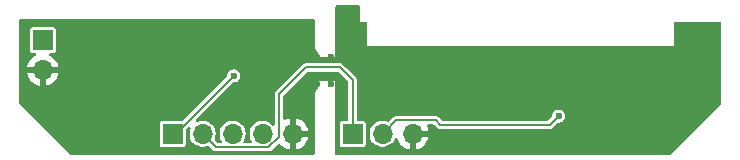
<source format=gbr>
%TF.GenerationSoftware,KiCad,Pcbnew,8.0.0-1.fc39*%
%TF.CreationDate,2024-05-22T19:24:40+02:00*%
%TF.ProjectId,radio433,72616469-6f34-4333-932e-6b696361645f,rev?*%
%TF.SameCoordinates,Original*%
%TF.FileFunction,Copper,L2,Bot*%
%TF.FilePolarity,Positive*%
%FSLAX46Y46*%
G04 Gerber Fmt 4.6, Leading zero omitted, Abs format (unit mm)*
G04 Created by KiCad (PCBNEW 8.0.0-1.fc39) date 2024-05-22 19:24:40*
%MOMM*%
%LPD*%
G01*
G04 APERTURE LIST*
%TA.AperFunction,ComponentPad*%
%ADD10R,1.700000X1.700000*%
%TD*%
%TA.AperFunction,ComponentPad*%
%ADD11O,1.700000X1.700000*%
%TD*%
%TA.AperFunction,ViaPad*%
%ADD12C,0.600000*%
%TD*%
%TA.AperFunction,Conductor*%
%ADD13C,0.200000*%
%TD*%
G04 APERTURE END LIST*
D10*
%TO.P,AE3,1,A*%
%TO.N,Net-(AE3-A)*%
X199825000Y-95550000D03*
D11*
%TO.P,AE3,2,Shield*%
%TO.N,GND*%
X199825000Y-98090000D03*
%TD*%
D10*
%TO.P,J2,1,Pin_1*%
%TO.N,/SHDN*%
X210820000Y-103500000D03*
D11*
%TO.P,J2,2,Pin_2*%
%TO.N,/VDD*%
X213360000Y-103500000D03*
%TO.P,J2,3,Pin_3*%
%TO.N,/DOUT*%
X215900000Y-103500000D03*
%TO.P,J2,4,Pin_4*%
X218440000Y-103500000D03*
%TO.P,J2,5,Pin_5*%
%TO.N,GND*%
X220980000Y-103500000D03*
%TD*%
D10*
%TO.P,J1,1,Pin_1*%
%TO.N,/VDD*%
X226060000Y-103500000D03*
D11*
%TO.P,J1,2,Pin_2*%
%TO.N,/DIN*%
X228600000Y-103500000D03*
%TO.P,J1,3,Pin_3*%
%TO.N,GND*%
X231140000Y-103500000D03*
%TD*%
D12*
%TO.N,GND*%
X202800000Y-98600000D03*
X202800000Y-99800000D03*
X202800000Y-101000000D03*
X204000000Y-101000000D03*
X204000000Y-99800000D03*
X204000000Y-98600000D03*
X205200000Y-101000000D03*
X205200000Y-99800000D03*
X205200000Y-98600000D03*
X203850000Y-103200000D03*
X204600000Y-103950000D03*
X203850000Y-101700000D03*
X204600000Y-101700000D03*
X203850000Y-102450000D03*
X204600000Y-103200000D03*
X204600000Y-102450000D03*
X203850000Y-103950000D03*
X202250000Y-103200000D03*
X203000000Y-103950000D03*
X202250000Y-101700000D03*
X203000000Y-101700000D03*
X202250000Y-102450000D03*
X203000000Y-103200000D03*
X203000000Y-102450000D03*
X202250000Y-103950000D03*
X233250000Y-100400000D03*
X234000000Y-101150000D03*
X233250000Y-98900000D03*
X234000000Y-98900000D03*
X233250000Y-99650000D03*
X234000000Y-100400000D03*
X234000000Y-99650000D03*
X233250000Y-101150000D03*
%TO.N,/SHDN*%
X216000000Y-98600000D03*
%TO.N,GND*%
X251000000Y-99000000D03*
X252230000Y-103650000D03*
X225800000Y-95300000D03*
X224250000Y-99250000D03*
X225100000Y-94600000D03*
X252980000Y-103650000D03*
X253730000Y-103650000D03*
X225800000Y-94600000D03*
X225100000Y-95300000D03*
X223050000Y-98500000D03*
X251750000Y-99000000D03*
X251750000Y-96750000D03*
X224250000Y-98500000D03*
X224250000Y-97000000D03*
X251000000Y-97500000D03*
X243010000Y-100040000D03*
X251750000Y-98250000D03*
X251750000Y-97500000D03*
X251000000Y-98250000D03*
X252230000Y-104400000D03*
X252980000Y-104400000D03*
X223050000Y-99250000D03*
X251000000Y-96750000D03*
X223049999Y-97000590D03*
X225660000Y-93120000D03*
%TO.N,/DIN*%
X243500000Y-102000000D03*
%TD*%
D13*
%TO.N,/VDD*%
X226060000Y-103500000D02*
X226060000Y-98950000D01*
X226060000Y-98950000D02*
X224990000Y-97880000D01*
X224990000Y-97880000D02*
X222090000Y-97880000D01*
X222090000Y-97880000D02*
X219830000Y-100140000D01*
X219830000Y-100140000D02*
X219830000Y-103736346D01*
X219830000Y-103736346D02*
X218916346Y-104650000D01*
X218916346Y-104650000D02*
X214510000Y-104650000D01*
X214510000Y-104650000D02*
X213360000Y-103500000D01*
%TO.N,/SHDN*%
X211100000Y-103500000D02*
X216000000Y-98600000D01*
X210820000Y-103500000D02*
X211100000Y-103500000D01*
%TO.N,/DIN*%
X229750000Y-102350000D02*
X228600000Y-103500000D01*
X242750000Y-102750000D02*
X233500000Y-102750000D01*
X233100000Y-102350000D02*
X229750000Y-102350000D01*
X233500000Y-102750000D02*
X233100000Y-102350000D01*
X243500000Y-102000000D02*
X242750000Y-102750000D01*
%TD*%
%TA.AperFunction,Conductor*%
%TO.N,GND*%
G36*
X222792539Y-93820185D02*
G01*
X222838294Y-93872989D01*
X222849500Y-93924500D01*
X222849500Y-95960118D01*
X222849500Y-96000000D01*
X222849500Y-96084136D01*
X222884486Y-96248731D01*
X222952928Y-96402455D01*
X223051836Y-96538589D01*
X223058971Y-96545013D01*
X223095620Y-96604499D01*
X223100000Y-96637164D01*
X223100000Y-97000000D01*
X222000000Y-97000000D01*
X222000000Y-97541251D01*
X221954712Y-97553386D01*
X221954709Y-97553387D01*
X221874791Y-97599527D01*
X221874786Y-97599531D01*
X219549533Y-99924783D01*
X219549532Y-99924784D01*
X219536085Y-99948077D01*
X219536083Y-99948079D01*
X219503388Y-100004706D01*
X219503387Y-100004709D01*
X219479500Y-100093856D01*
X219479500Y-102680405D01*
X219459815Y-102747444D01*
X219407011Y-102793199D01*
X219337853Y-102803143D01*
X219274297Y-102774118D01*
X219260706Y-102759582D01*
X219260625Y-102759656D01*
X219256763Y-102755419D01*
X219106041Y-102618019D01*
X219106039Y-102618017D01*
X218932642Y-102510655D01*
X218932635Y-102510651D01*
X218806777Y-102461894D01*
X218742456Y-102436976D01*
X218541976Y-102399500D01*
X218338024Y-102399500D01*
X218137544Y-102436976D01*
X218137541Y-102436976D01*
X218137541Y-102436977D01*
X217947364Y-102510651D01*
X217947357Y-102510655D01*
X217773960Y-102618017D01*
X217773958Y-102618019D01*
X217623237Y-102755418D01*
X217500327Y-102918178D01*
X217409422Y-103100739D01*
X217409417Y-103100752D01*
X217353602Y-103296917D01*
X217334785Y-103499999D01*
X217334785Y-103500000D01*
X217353602Y-103703082D01*
X217409417Y-103899247D01*
X217409422Y-103899260D01*
X217500327Y-104081821D01*
X217514639Y-104100773D01*
X217539331Y-104166134D01*
X217524766Y-104234469D01*
X217475569Y-104284081D01*
X217415685Y-104299500D01*
X216924315Y-104299500D01*
X216857276Y-104279815D01*
X216811521Y-104227011D01*
X216801577Y-104157853D01*
X216825361Y-104100773D01*
X216839673Y-104081821D01*
X216930582Y-103899250D01*
X216986397Y-103703083D01*
X217005215Y-103500000D01*
X216999115Y-103434174D01*
X216986397Y-103296917D01*
X216973048Y-103250000D01*
X216930582Y-103100750D01*
X216930159Y-103099901D01*
X216848997Y-102936905D01*
X216839673Y-102918179D01*
X216745293Y-102793199D01*
X216716762Y-102755418D01*
X216566041Y-102618019D01*
X216566039Y-102618017D01*
X216392642Y-102510655D01*
X216392635Y-102510651D01*
X216266777Y-102461894D01*
X216202456Y-102436976D01*
X216001976Y-102399500D01*
X215798024Y-102399500D01*
X215597544Y-102436976D01*
X215597541Y-102436976D01*
X215597541Y-102436977D01*
X215407364Y-102510651D01*
X215407357Y-102510655D01*
X215233960Y-102618017D01*
X215233958Y-102618019D01*
X215083237Y-102755418D01*
X214960327Y-102918178D01*
X214869422Y-103100739D01*
X214869417Y-103100752D01*
X214813602Y-103296917D01*
X214794785Y-103499999D01*
X214794785Y-103500000D01*
X214813602Y-103703082D01*
X214869417Y-103899247D01*
X214869422Y-103899260D01*
X214960327Y-104081821D01*
X214974639Y-104100773D01*
X214999331Y-104166134D01*
X214984766Y-104234469D01*
X214935569Y-104284081D01*
X214875685Y-104299500D01*
X214706544Y-104299500D01*
X214639505Y-104279815D01*
X214618863Y-104263181D01*
X214408576Y-104052894D01*
X214375091Y-103991571D01*
X214380075Y-103921879D01*
X214385251Y-103909954D01*
X214390582Y-103899250D01*
X214446397Y-103703083D01*
X214465215Y-103500000D01*
X214459115Y-103434174D01*
X214446397Y-103296917D01*
X214433048Y-103250000D01*
X214390582Y-103100750D01*
X214390159Y-103099901D01*
X214308997Y-102936905D01*
X214299673Y-102918179D01*
X214205293Y-102793199D01*
X214176762Y-102755418D01*
X214026041Y-102618019D01*
X214026039Y-102618017D01*
X213852642Y-102510655D01*
X213852635Y-102510651D01*
X213726777Y-102461894D01*
X213662456Y-102436976D01*
X213461976Y-102399500D01*
X213258024Y-102399500D01*
X213106739Y-102427779D01*
X213057538Y-102436977D01*
X212954612Y-102476851D01*
X212884989Y-102482713D01*
X212823249Y-102450003D01*
X212788994Y-102389106D01*
X212793101Y-102319357D01*
X212822136Y-102273545D01*
X215904123Y-99191557D01*
X215965444Y-99158074D01*
X215991871Y-99157144D01*
X215991871Y-99155250D01*
X216000000Y-99155250D01*
X216143709Y-99136330D01*
X216277625Y-99080861D01*
X216392621Y-98992621D01*
X216480861Y-98877625D01*
X216536330Y-98743709D01*
X216555250Y-98600000D01*
X216553933Y-98590000D01*
X216549126Y-98553486D01*
X216536330Y-98456291D01*
X216499350Y-98367013D01*
X216480862Y-98322377D01*
X216480861Y-98322376D01*
X216480861Y-98322375D01*
X216392621Y-98207379D01*
X216277625Y-98119139D01*
X216277624Y-98119138D01*
X216277622Y-98119137D01*
X216143712Y-98063671D01*
X216143710Y-98063670D01*
X216143709Y-98063670D01*
X216071854Y-98054210D01*
X216000001Y-98044750D01*
X215999999Y-98044750D01*
X215856291Y-98063670D01*
X215856287Y-98063671D01*
X215722377Y-98119137D01*
X215607379Y-98207379D01*
X215519137Y-98322377D01*
X215463671Y-98456287D01*
X215463670Y-98456291D01*
X215444750Y-98600000D01*
X215444750Y-98608128D01*
X215441456Y-98608128D01*
X215432192Y-98662588D01*
X215408439Y-98695877D01*
X211741136Y-102363181D01*
X211679813Y-102396666D01*
X211653455Y-102399500D01*
X209945323Y-102399500D01*
X209872264Y-102414032D01*
X209872260Y-102414033D01*
X209789399Y-102469399D01*
X209734033Y-102552260D01*
X209734032Y-102552264D01*
X209719500Y-102625321D01*
X209719500Y-104374678D01*
X209734032Y-104447735D01*
X209734033Y-104447739D01*
X209734034Y-104447740D01*
X209789399Y-104530601D01*
X209872260Y-104585966D01*
X209872264Y-104585967D01*
X209945321Y-104600499D01*
X209945324Y-104600500D01*
X209945326Y-104600500D01*
X211694676Y-104600500D01*
X211694677Y-104600499D01*
X211767740Y-104585966D01*
X211850601Y-104530601D01*
X211905966Y-104447740D01*
X211920500Y-104374674D01*
X211920500Y-103226543D01*
X211940185Y-103159504D01*
X211956809Y-103138872D01*
X212125295Y-102970386D01*
X212186613Y-102936905D01*
X212256304Y-102941889D01*
X212312238Y-102983760D01*
X212336655Y-103049225D01*
X212329804Y-103094900D01*
X212330987Y-103095237D01*
X212329418Y-103100748D01*
X212329418Y-103100750D01*
X212320500Y-103132093D01*
X212273602Y-103296917D01*
X212254785Y-103499999D01*
X212254785Y-103500000D01*
X212273602Y-103703082D01*
X212329417Y-103899247D01*
X212329422Y-103899260D01*
X212420327Y-104081821D01*
X212543237Y-104244581D01*
X212693958Y-104381980D01*
X212693960Y-104381982D01*
X212793141Y-104443392D01*
X212867363Y-104489348D01*
X213057544Y-104563024D01*
X213258024Y-104600500D01*
X213258026Y-104600500D01*
X213461974Y-104600500D01*
X213461976Y-104600500D01*
X213662456Y-104563024D01*
X213778037Y-104518247D01*
X213847658Y-104512385D01*
X213909399Y-104545094D01*
X213910511Y-104546193D01*
X214294788Y-104930470D01*
X214374712Y-104976614D01*
X214463856Y-105000500D01*
X214463857Y-105000500D01*
X214463858Y-105000500D01*
X218962488Y-105000500D01*
X218962490Y-105000500D01*
X219051634Y-104976614D01*
X219131558Y-104930470D01*
X219734052Y-104327975D01*
X219795371Y-104294493D01*
X219865062Y-104299477D01*
X219920996Y-104341348D01*
X219923302Y-104344533D01*
X219941886Y-104371073D01*
X219941893Y-104371081D01*
X220108917Y-104538105D01*
X220302421Y-104673600D01*
X220516507Y-104773429D01*
X220516516Y-104773433D01*
X220730000Y-104830634D01*
X220730000Y-103933012D01*
X220787007Y-103965925D01*
X220914174Y-104000000D01*
X221045826Y-104000000D01*
X221172993Y-103965925D01*
X221230000Y-103933012D01*
X221230000Y-104830633D01*
X221443483Y-104773433D01*
X221443492Y-104773429D01*
X221657578Y-104673600D01*
X221851082Y-104538105D01*
X222018105Y-104371082D01*
X222153600Y-104177578D01*
X222253429Y-103963492D01*
X222253432Y-103963486D01*
X222310636Y-103750000D01*
X221413012Y-103750000D01*
X221445925Y-103692993D01*
X221480000Y-103565826D01*
X221480000Y-103434174D01*
X221445925Y-103307007D01*
X221413012Y-103250000D01*
X222310636Y-103250000D01*
X222310635Y-103249999D01*
X222253432Y-103036513D01*
X222253429Y-103036507D01*
X222153600Y-102822422D01*
X222153599Y-102822420D01*
X222018113Y-102628926D01*
X222018108Y-102628920D01*
X221851082Y-102461894D01*
X221657578Y-102326399D01*
X221443492Y-102226570D01*
X221443486Y-102226567D01*
X221230000Y-102169364D01*
X221230000Y-103066988D01*
X221172993Y-103034075D01*
X221045826Y-103000000D01*
X220914174Y-103000000D01*
X220787007Y-103034075D01*
X220730000Y-103066988D01*
X220730000Y-102169364D01*
X220729999Y-102169364D01*
X220516513Y-102226567D01*
X220516507Y-102226570D01*
X220356905Y-102300994D01*
X220287827Y-102311486D01*
X220224043Y-102282966D01*
X220185804Y-102224490D01*
X220180500Y-102188612D01*
X220180500Y-100336544D01*
X220200185Y-100269505D01*
X220216819Y-100248863D01*
X222000000Y-98465682D01*
X222000000Y-99000000D01*
X223100000Y-99000000D01*
X223100000Y-99612835D01*
X223080315Y-99679874D01*
X223058975Y-99704982D01*
X223051838Y-99711408D01*
X223051830Y-99711417D01*
X222952930Y-99847541D01*
X222952928Y-99847546D01*
X222884487Y-100001264D01*
X222884485Y-100001269D01*
X222849500Y-100165864D01*
X222849500Y-105175500D01*
X222829815Y-105242539D01*
X222777011Y-105288294D01*
X222725500Y-105299500D01*
X202324412Y-105299500D01*
X202257373Y-105279815D01*
X202236731Y-105263181D01*
X197836819Y-100863269D01*
X197803334Y-100801946D01*
X197800500Y-100775588D01*
X197800500Y-98340000D01*
X198494364Y-98340000D01*
X198551567Y-98553486D01*
X198551570Y-98553492D01*
X198651399Y-98767578D01*
X198786894Y-98961082D01*
X198953917Y-99128105D01*
X199147421Y-99263600D01*
X199361507Y-99363429D01*
X199361516Y-99363433D01*
X199575000Y-99420634D01*
X199575000Y-98523012D01*
X199632007Y-98555925D01*
X199759174Y-98590000D01*
X199890826Y-98590000D01*
X200017993Y-98555925D01*
X200075000Y-98523012D01*
X200075000Y-99420633D01*
X200288483Y-99363433D01*
X200288492Y-99363429D01*
X200502578Y-99263600D01*
X200696082Y-99128105D01*
X200863105Y-98961082D01*
X200998600Y-98767578D01*
X201098429Y-98553492D01*
X201098432Y-98553486D01*
X201155636Y-98340000D01*
X200258012Y-98340000D01*
X200290925Y-98282993D01*
X200325000Y-98155826D01*
X200325000Y-98024174D01*
X200290925Y-97897007D01*
X200258012Y-97840000D01*
X201155636Y-97840000D01*
X201155635Y-97839999D01*
X201098432Y-97626513D01*
X201098429Y-97626507D01*
X200998600Y-97412422D01*
X200998599Y-97412420D01*
X200863113Y-97218926D01*
X200863108Y-97218920D01*
X200696082Y-97051894D01*
X200502578Y-96916399D01*
X200439277Y-96886882D01*
X200386838Y-96840710D01*
X200367686Y-96773516D01*
X200387902Y-96706635D01*
X200441067Y-96661300D01*
X200491682Y-96650500D01*
X200699676Y-96650500D01*
X200699677Y-96650499D01*
X200772740Y-96635966D01*
X200855601Y-96580601D01*
X200910966Y-96497740D01*
X200925500Y-96424674D01*
X200925500Y-94675326D01*
X200925500Y-94675323D01*
X200925499Y-94675321D01*
X200910967Y-94602264D01*
X200910966Y-94602260D01*
X200855601Y-94519399D01*
X200772740Y-94464034D01*
X200772739Y-94464033D01*
X200772735Y-94464032D01*
X200699677Y-94449500D01*
X200699674Y-94449500D01*
X198950326Y-94449500D01*
X198950323Y-94449500D01*
X198877264Y-94464032D01*
X198877260Y-94464033D01*
X198794399Y-94519399D01*
X198739033Y-94602260D01*
X198739032Y-94602264D01*
X198724500Y-94675321D01*
X198724500Y-96424678D01*
X198739032Y-96497735D01*
X198739033Y-96497739D01*
X198739034Y-96497740D01*
X198794399Y-96580601D01*
X198877260Y-96635966D01*
X198877264Y-96635967D01*
X198950321Y-96650499D01*
X198950324Y-96650500D01*
X199158318Y-96650500D01*
X199225357Y-96670185D01*
X199271112Y-96722989D01*
X199281056Y-96792147D01*
X199252031Y-96855703D01*
X199210723Y-96886882D01*
X199147422Y-96916399D01*
X199147420Y-96916400D01*
X198953926Y-97051886D01*
X198953920Y-97051891D01*
X198786891Y-97218920D01*
X198786886Y-97218926D01*
X198651400Y-97412420D01*
X198651399Y-97412422D01*
X198551570Y-97626507D01*
X198551567Y-97626513D01*
X198494364Y-97839999D01*
X198494364Y-97840000D01*
X199391988Y-97840000D01*
X199359075Y-97897007D01*
X199325000Y-98024174D01*
X199325000Y-98155826D01*
X199359075Y-98282993D01*
X199391988Y-98340000D01*
X198494364Y-98340000D01*
X197800500Y-98340000D01*
X197800500Y-93924500D01*
X197820185Y-93857461D01*
X197872989Y-93811706D01*
X197924500Y-93800500D01*
X222725500Y-93800500D01*
X222792539Y-93820185D01*
G37*
%TD.AperFunction*%
%TD*%
%TA.AperFunction,Conductor*%
%TO.N,GND*%
G36*
X227194632Y-94019685D02*
G01*
X227240387Y-94072489D01*
X227251593Y-94124000D01*
X227251593Y-96100000D01*
X253251593Y-96100000D01*
X253251593Y-94124000D01*
X253271278Y-94056961D01*
X253324082Y-94011206D01*
X253375593Y-94000000D01*
X257165500Y-94000000D01*
X257232539Y-94019685D01*
X257278294Y-94072489D01*
X257289500Y-94124000D01*
X257289500Y-100865798D01*
X257269815Y-100932837D01*
X257253279Y-100953382D01*
X252953154Y-105263084D01*
X252891868Y-105296637D01*
X252865375Y-105299500D01*
X224724000Y-105299500D01*
X224656961Y-105279815D01*
X224611206Y-105227011D01*
X224600000Y-105175500D01*
X224600000Y-99000000D01*
X225500000Y-99000000D01*
X225500000Y-98885682D01*
X225673181Y-99058863D01*
X225706666Y-99120186D01*
X225709500Y-99146544D01*
X225709500Y-102275500D01*
X225689815Y-102342539D01*
X225637011Y-102388294D01*
X225585500Y-102399500D01*
X225185323Y-102399500D01*
X225112264Y-102414032D01*
X225112260Y-102414033D01*
X225029399Y-102469399D01*
X224974033Y-102552260D01*
X224974032Y-102552264D01*
X224959500Y-102625321D01*
X224959500Y-104374678D01*
X224974032Y-104447735D01*
X224974033Y-104447739D01*
X224974034Y-104447740D01*
X225029399Y-104530601D01*
X225112260Y-104585966D01*
X225112264Y-104585967D01*
X225185321Y-104600499D01*
X225185324Y-104600500D01*
X225185326Y-104600500D01*
X226934676Y-104600500D01*
X226934677Y-104600499D01*
X227007740Y-104585966D01*
X227090601Y-104530601D01*
X227145966Y-104447740D01*
X227160500Y-104374674D01*
X227160500Y-103500000D01*
X227494785Y-103500000D01*
X227513602Y-103703082D01*
X227569417Y-103899247D01*
X227569422Y-103899260D01*
X227660327Y-104081821D01*
X227783237Y-104244581D01*
X227933958Y-104381980D01*
X227933960Y-104381982D01*
X228033141Y-104443392D01*
X228107363Y-104489348D01*
X228297544Y-104563024D01*
X228498024Y-104600500D01*
X228498026Y-104600500D01*
X228701974Y-104600500D01*
X228701976Y-104600500D01*
X228902456Y-104563024D01*
X229092637Y-104489348D01*
X229266041Y-104381981D01*
X229416764Y-104244579D01*
X229539673Y-104081821D01*
X229626817Y-103906812D01*
X229674319Y-103855575D01*
X229741982Y-103838153D01*
X229808323Y-103860078D01*
X229852278Y-103914389D01*
X229857592Y-103929989D01*
X229866567Y-103963485D01*
X229866570Y-103963492D01*
X229966399Y-104177578D01*
X230101894Y-104371082D01*
X230268917Y-104538105D01*
X230462421Y-104673600D01*
X230676507Y-104773429D01*
X230676516Y-104773433D01*
X230890000Y-104830634D01*
X230890000Y-103933012D01*
X230947007Y-103965925D01*
X231074174Y-104000000D01*
X231205826Y-104000000D01*
X231332993Y-103965925D01*
X231390000Y-103933012D01*
X231390000Y-104830633D01*
X231603483Y-104773433D01*
X231603492Y-104773429D01*
X231817578Y-104673600D01*
X232011082Y-104538105D01*
X232178105Y-104371082D01*
X232313600Y-104177578D01*
X232413429Y-103963492D01*
X232413432Y-103963486D01*
X232470636Y-103750000D01*
X231573012Y-103750000D01*
X231605925Y-103692993D01*
X231640000Y-103565826D01*
X231640000Y-103434174D01*
X231605925Y-103307007D01*
X231573012Y-103250000D01*
X232470636Y-103250000D01*
X232470635Y-103249999D01*
X232413432Y-103036513D01*
X232413429Y-103036507D01*
X232339006Y-102876905D01*
X232328514Y-102807827D01*
X232357034Y-102744043D01*
X232415510Y-102705804D01*
X232451388Y-102700500D01*
X232903456Y-102700500D01*
X232970495Y-102720185D01*
X232991137Y-102736819D01*
X233219531Y-102965212D01*
X233284788Y-103030469D01*
X233284791Y-103030470D01*
X233284794Y-103030473D01*
X233364706Y-103076611D01*
X233364707Y-103076611D01*
X233364712Y-103076614D01*
X233453856Y-103100500D01*
X233453858Y-103100500D01*
X242796142Y-103100500D01*
X242796144Y-103100500D01*
X242885288Y-103076614D01*
X242965212Y-103030470D01*
X243404123Y-102591557D01*
X243465444Y-102558074D01*
X243491871Y-102557144D01*
X243491871Y-102555250D01*
X243500000Y-102555250D01*
X243643709Y-102536330D01*
X243777625Y-102480861D01*
X243892621Y-102392621D01*
X243980861Y-102277625D01*
X244036330Y-102143709D01*
X244055250Y-102000000D01*
X244036330Y-101856291D01*
X243980861Y-101722375D01*
X243892621Y-101607379D01*
X243777625Y-101519139D01*
X243777624Y-101519138D01*
X243777622Y-101519137D01*
X243643712Y-101463671D01*
X243643710Y-101463670D01*
X243643709Y-101463670D01*
X243571854Y-101454210D01*
X243500001Y-101444750D01*
X243499999Y-101444750D01*
X243356291Y-101463670D01*
X243356287Y-101463671D01*
X243222377Y-101519137D01*
X243107379Y-101607379D01*
X243019137Y-101722377D01*
X242963671Y-101856287D01*
X242963670Y-101856291D01*
X242944750Y-102000000D01*
X242944750Y-102008128D01*
X242941456Y-102008128D01*
X242932192Y-102062588D01*
X242908439Y-102095877D01*
X242641135Y-102363182D01*
X242579815Y-102396666D01*
X242553456Y-102399500D01*
X233696543Y-102399500D01*
X233629504Y-102379815D01*
X233608862Y-102363181D01*
X233315213Y-102069531D01*
X233315208Y-102069527D01*
X233235290Y-102023387D01*
X233235289Y-102023386D01*
X233235288Y-102023386D01*
X233146144Y-101999500D01*
X229703856Y-101999500D01*
X229614712Y-102023386D01*
X229614709Y-102023387D01*
X229534791Y-102069527D01*
X229534786Y-102069531D01*
X229150511Y-102453805D01*
X229089188Y-102487290D01*
X229019496Y-102482306D01*
X229018037Y-102481751D01*
X228902461Y-102436977D01*
X228902456Y-102436976D01*
X228701976Y-102399500D01*
X228498024Y-102399500D01*
X228297544Y-102436976D01*
X228297541Y-102436976D01*
X228297541Y-102436977D01*
X228107364Y-102510651D01*
X228107357Y-102510655D01*
X227933960Y-102618017D01*
X227933958Y-102618019D01*
X227783237Y-102755418D01*
X227660327Y-102918178D01*
X227569422Y-103100739D01*
X227569417Y-103100752D01*
X227513602Y-103296917D01*
X227494785Y-103499999D01*
X227494785Y-103500000D01*
X227160500Y-103500000D01*
X227160500Y-102625326D01*
X227160500Y-102625323D01*
X227160499Y-102625321D01*
X227145967Y-102552264D01*
X227145966Y-102552260D01*
X227118427Y-102511045D01*
X227090601Y-102469399D01*
X227007740Y-102414034D01*
X227007739Y-102414033D01*
X227007735Y-102414032D01*
X226934677Y-102399500D01*
X226934674Y-102399500D01*
X226534500Y-102399500D01*
X226467461Y-102379815D01*
X226421706Y-102327011D01*
X226410500Y-102275500D01*
X226410500Y-98903858D01*
X226410500Y-98903856D01*
X226386614Y-98814712D01*
X226340470Y-98734788D01*
X225500000Y-97894318D01*
X225500000Y-97000000D01*
X224600000Y-97000000D01*
X224600000Y-96000000D01*
X226700000Y-96000000D01*
X226700000Y-94000000D01*
X227127593Y-94000000D01*
X227194632Y-94019685D01*
G37*
%TD.AperFunction*%
%TD*%
%TA.AperFunction,Conductor*%
%TO.N,GND*%
G36*
X224860495Y-98250185D02*
G01*
X224881137Y-98266819D01*
X225500000Y-98885682D01*
X225500000Y-99000000D01*
X222000000Y-99000000D01*
X222000000Y-98465682D01*
X222198863Y-98266819D01*
X222260186Y-98233334D01*
X222286544Y-98230500D01*
X224793456Y-98230500D01*
X224860495Y-98250185D01*
G37*
%TD.AperFunction*%
%TA.AperFunction,Conductor*%
G36*
X225500000Y-97894318D02*
G01*
X225205212Y-97599530D01*
X225205211Y-97599529D01*
X225205208Y-97599527D01*
X225125290Y-97553387D01*
X225125289Y-97553386D01*
X225125288Y-97553386D01*
X225036144Y-97529500D01*
X222043856Y-97529500D01*
X222000000Y-97541251D01*
X222000000Y-97000000D01*
X225500000Y-97000000D01*
X225500000Y-97894318D01*
G37*
%TD.AperFunction*%
%TD*%
%TA.AperFunction,Conductor*%
%TO.N,GND*%
G36*
X226643039Y-92639685D02*
G01*
X226688794Y-92692489D01*
X226700000Y-92744000D01*
X226700000Y-96000000D01*
X224600000Y-96000000D01*
X224600000Y-92744000D01*
X224619685Y-92676961D01*
X224672489Y-92631206D01*
X224724000Y-92620000D01*
X226576000Y-92620000D01*
X226643039Y-92639685D01*
G37*
%TD.AperFunction*%
%TD*%
M02*

</source>
